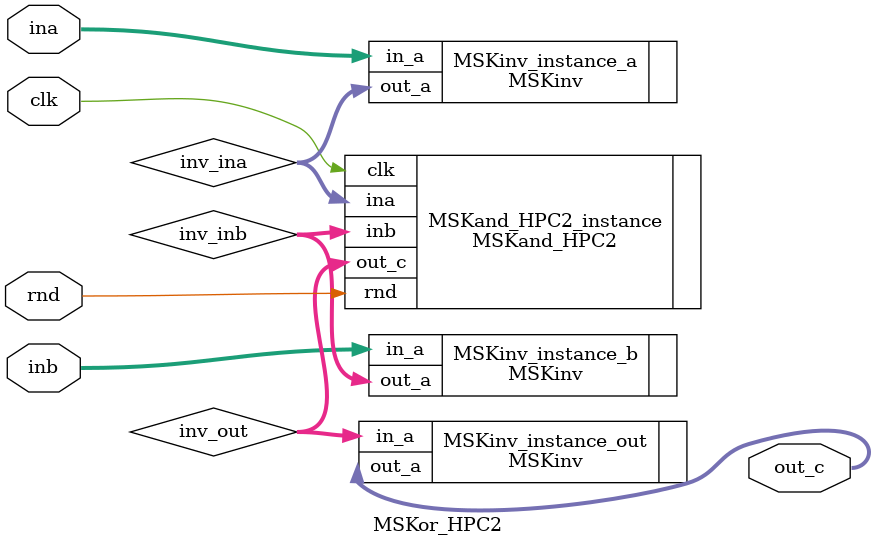
<source format=v>
module MSKor_HPC2 #(parameter d=2) (ina, inb, rnd, clk, out_c);

	localparam and_pini_mul_nrnd = d*(d-1)/2;
	localparam and_pini_nrnd = and_pini_mul_nrnd;

	input clk;
	input  [d-1:0] ina;
	input  [d-1:0] inb;
	input [and_pini_nrnd-1:0] rnd;
	output [d-1:0] out_c;
	
	wire [d-1:0] inv_ina;
	wire [d-1:0] inv_inb;
	wire [d-1:0] inv_out;
	

	MSKinv #(
		.d(d),
		.count(1)
	) MSKinv_instance_a (
		.in_a(ina),
		.out_a(inv_ina)
	);
	MSKinv #(
		.d(d),
		.count(1)
	) MSKinv_instance_b (
		.in_a(inb),
		.out_a(inv_inb)
	);
	
	
	MSKand_HPC2 #(
		.d(d)
	) MSKand_HPC2_instance (
		.ina(inv_ina),
		.inb(inv_inb),
		.rnd(rnd),
		.clk(clk),
		.out_c(inv_out)
	);
	
	MSKinv #(
		.d(d),
		.count(1)
	) MSKinv_instance_out (
		.in_a(inv_out),
		.out_a(out_c)
	);
endmodule
</source>
